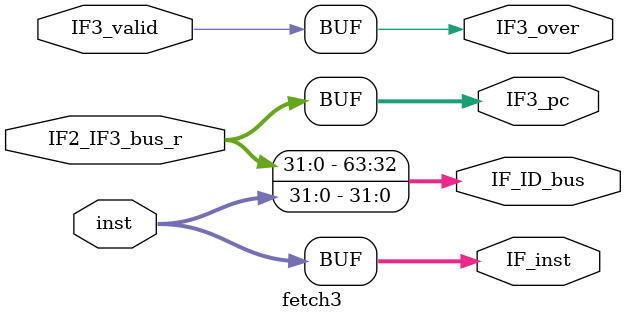
<source format=v>
`timescale 1ns / 1ps
module fetch3(                    // È¡Ö¸¼¶
    input      [31:0] inst,      // inst_romÈ¡³öµÄÖ¸Áî
    input      IF3_valid,  // È¡Ö¸¼¶ÓÐÐ§ÐÅºÅ
    input      [31:0] IF2_IF3_bus_r,
    output     IF3_over,   // IFÄ£¿éÖ´ÐÐÍê³É
    output     [63:0] IF_ID_bus, // IF->ID×ÜÏß
        
    //Õ¹Ê¾PCºÍÈ¡³öµÄÖ¸Áî
    output     [31:0] IF3_pc,
    output     [31:0] IF_inst
);

//-----{IF->ID×ÜÏß}begin
    assign IF_ID_bus = {IF2_IF3_bus_r, inst};  // È¡Ö¸¼¶ÓÐÐ§Ê±£¬Ëø´æPCºÍÖ¸Áî
//-----{IF->ID×ÜÏß}end

    assign IF3_over = IF3_valid;

//-----{Õ¹Ê¾IFÄ£¿éµÄPCÖµºÍÖ¸Áî}begin
    assign IF3_pc   = IF2_IF3_bus_r;
    assign IF_inst = inst;
//-----{Õ¹Ê¾IFÄ£¿éµÄPCÖµºÍÖ¸Áî}end
endmodule
</source>
